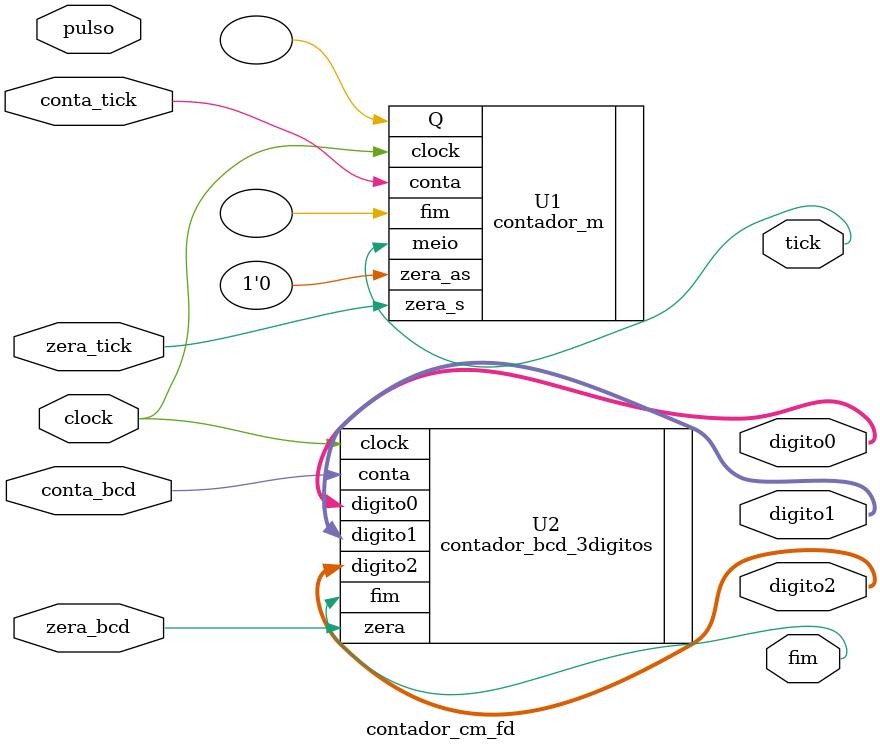
<source format=v>
/* --------------------------------------------------------------------------
 *  Arquivo   : contador_cm_fd
 * --------------------------------------------------------------------------
 *  Descricao : fluxo de dados do componente de contagem de cm 
 *
 *              componente parametrizado em funcao de clocks/cm
 *            
 * --------------------------------------------------------------------------
 *  Revisoes  :
 *      Data        Versao  Autor             Descricao
 *      07/09/2024  1.0     Edson Midorikawa  versao em Verilog
 * --------------------------------------------------------------------------
 */

module contador_cm_fd #(
    parameter R = 2941,  // razão de clocks por cm (2941 ciclos para um clock de 50MHz)
    parameter N = 12    // teto(log2(R)=11.52)
) (
    input wire        clock,
    input wire        pulso,
    input wire        zera_tick,
    input wire        conta_tick,
    input wire        zera_bcd,
    input wire        conta_bcd,
    output wire       tick,
    output wire [3:0] digito0,
    output wire [3:0] digito1,
    output wire [3:0] digito2,
    output wire       fim
);

    // Gera tick do contador de cm a cada ciclo de R
    contador_m #(
        .M (R), 
        .N (N)
    ) U1 (
        .clock   (clock     ),
        .zera_as (1'b0      ),
        .zera_s  (zera_tick ),
        .conta   (conta_tick),
        .Q       (          ),  // s_resto (desconectado)
        .fim     (          ),  // fim (desconectado)
        .meio    (tick      )
    );

    // Contador de distância em cm
    contador_bcd_3digitos U2 (
        .clock   (clock    ),
        .zera    (zera_bcd ),
        .conta   (conta_bcd),
        .digito0 (digito0  ),
        .digito1 (digito1  ),
        .digito2 (digito2  ),
        .fim     (fim      )
    );

endmodule
</source>
